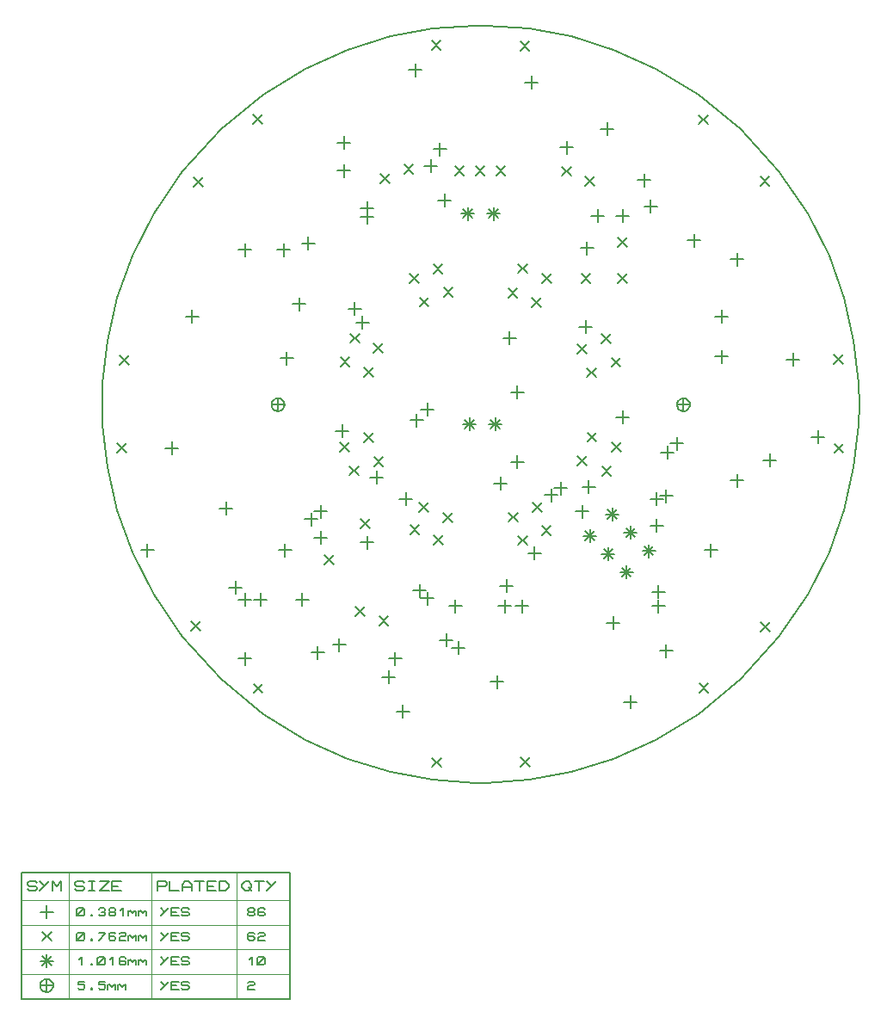
<source format=gbr>
G04 PROTEUS RS274X GERBER FILE*
%FSLAX45Y45*%
%MOMM*%
G01*
%ADD31C,0.203200*%
%ADD105C,0.127000*%
%ADD106C,0.063500*%
D31*
X+533400Y-1399540D02*
X+533400Y-1526540D01*
X+469900Y-1463040D02*
X+596900Y-1463040D01*
X+3078480Y+505460D02*
X+3078480Y+378460D01*
X+3014980Y+441960D02*
X+3141980Y+441960D01*
X-3032760Y-363220D02*
X-3032760Y-490220D01*
X-3096260Y-426720D02*
X-2969260Y-426720D01*
X+853440Y+2593340D02*
X+853440Y+2466340D01*
X+789940Y+2529840D02*
X+916940Y+2529840D01*
X+1249680Y+2776220D02*
X+1249680Y+2649220D01*
X+1186180Y+2712720D02*
X+1313180Y+2712720D01*
X+1158240Y+1922780D02*
X+1158240Y+1795780D01*
X+1094740Y+1859280D02*
X+1221740Y+1859280D01*
X+1402080Y+1922780D02*
X+1402080Y+1795780D01*
X+1338580Y+1859280D02*
X+1465580Y+1859280D01*
X+1478280Y-2862580D02*
X+1478280Y-2989580D01*
X+1414780Y-2926080D02*
X+1541780Y-2926080D01*
X+2377440Y+932180D02*
X+2377440Y+805180D01*
X+2313940Y+868680D02*
X+2440940Y+868680D01*
X-838200Y-2435860D02*
X-838200Y-2562860D01*
X-901700Y-2499360D02*
X-774700Y-2499360D01*
X-1341120Y+2639060D02*
X-1341120Y+2512060D01*
X-1404620Y+2575560D02*
X-1277620Y+2575560D01*
X-899160Y-2618740D02*
X-899160Y-2745740D01*
X-962660Y-2682240D02*
X-835660Y-2682240D01*
X+502920Y+3233420D02*
X+502920Y+3106420D01*
X+439420Y+3169920D02*
X+566420Y+3169920D01*
X+1310640Y-2085340D02*
X+1310640Y-2212340D01*
X+1247140Y-2148840D02*
X+1374140Y-2148840D01*
X+289560Y+718820D02*
X+289560Y+591820D01*
X+226060Y+655320D02*
X+353060Y+655320D01*
X+792480Y-759460D02*
X+792480Y-886460D01*
X+728980Y-822960D02*
X+855980Y-822960D01*
X-350520Y+2075180D02*
X-350520Y+1948180D01*
X-414020Y+2011680D02*
X-287020Y+2011680D01*
X-1112520Y+1998980D02*
X-1112520Y+1871980D01*
X-1176020Y+1935480D02*
X-1049020Y+1935480D01*
X+1737360Y-1125220D02*
X+1737360Y-1252220D01*
X+1673860Y-1188720D02*
X+1800860Y-1188720D01*
X+2270760Y-1369060D02*
X+2270760Y-1496060D01*
X+2207260Y-1432560D02*
X+2334260Y-1432560D01*
X-2316480Y+1587500D02*
X-2316480Y+1460500D01*
X-2379980Y+1524000D02*
X-2252980Y+1524000D01*
X-1386840Y-2298700D02*
X-1386840Y-2425700D01*
X-1450340Y-2362200D02*
X-1323340Y-2362200D01*
X-213360Y-2329180D02*
X-213360Y-2456180D01*
X-276860Y-2392680D02*
X-149860Y-2392680D01*
X-2407920Y-1734820D02*
X-2407920Y-1861820D01*
X-2471420Y-1798320D02*
X-2344420Y-1798320D01*
X-243840Y-1917700D02*
X-243840Y-2044700D01*
X-307340Y-1981200D02*
X-180340Y-1981200D01*
X+1402080Y-58420D02*
X+1402080Y-185420D01*
X+1338580Y-121920D02*
X+1465580Y-121920D01*
X-1600200Y-2374900D02*
X-1600200Y-2501900D01*
X-1663700Y-2438400D02*
X-1536700Y-2438400D01*
X-1234440Y+1008380D02*
X-1234440Y+881380D01*
X-1297940Y+944880D02*
X-1170940Y+944880D01*
X-1905000Y+520700D02*
X-1905000Y+393700D01*
X-1968500Y+457200D02*
X-1841500Y+457200D01*
X-640080Y+3355340D02*
X-640080Y+3228340D01*
X-703580Y+3291840D02*
X-576580Y+3291840D01*
X+198120Y-713740D02*
X+198120Y-840740D01*
X+134620Y-777240D02*
X+261620Y-777240D01*
X-1569720Y-1247140D02*
X-1569720Y-1374140D01*
X-1633220Y-1310640D02*
X-1506220Y-1310640D01*
X-1569720Y-988060D02*
X-1569720Y-1115060D01*
X-1633220Y-1051560D02*
X-1506220Y-1051560D01*
X+243840Y-1917700D02*
X+243840Y-2044700D01*
X+180340Y-1981200D02*
X+307340Y-1981200D01*
X+167640Y-2664460D02*
X+167640Y-2791460D01*
X+104140Y-2727960D02*
X+231140Y-2727960D01*
X-594360Y-1765300D02*
X-594360Y-1892300D01*
X-657860Y-1828800D02*
X-530860Y-1828800D01*
X+1036320Y+830580D02*
X+1036320Y+703580D01*
X+972820Y+767080D02*
X+1099820Y+767080D01*
X+2849880Y-485140D02*
X+2849880Y-612140D01*
X+2786380Y-548640D02*
X+2913380Y-548640D01*
X+259080Y-1719580D02*
X+259080Y-1846580D01*
X+195580Y-1783080D02*
X+322580Y-1783080D01*
X+1828800Y-2359660D02*
X+1828800Y-2486660D01*
X+1765300Y-2423160D02*
X+1892300Y-2423160D01*
X-335280Y-2252980D02*
X-335280Y-2379980D01*
X-398780Y-2316480D02*
X-271780Y-2316480D01*
X-1752600Y-1856740D02*
X-1752600Y-1983740D01*
X-1816100Y-1920240D02*
X-1689100Y-1920240D01*
X-1691640Y+1648460D02*
X-1691640Y+1521460D01*
X-1755140Y+1584960D02*
X-1628140Y+1584960D01*
X-1112520Y-1292860D02*
X-1112520Y-1419860D01*
X-1176020Y-1356360D02*
X-1049020Y-1356360D01*
X-518160Y-1841500D02*
X-518160Y-1968500D01*
X-581660Y-1905000D02*
X-454660Y-1905000D01*
X-2834640Y+932180D02*
X-2834640Y+805180D01*
X-2898140Y+868680D02*
X-2771140Y+868680D01*
X-487680Y+2410460D02*
X-487680Y+2283460D01*
X-551180Y+2346960D02*
X-424180Y+2346960D01*
X+411480Y-1917700D02*
X+411480Y-2044700D01*
X+347980Y-1981200D02*
X+474980Y-1981200D01*
X+1066800Y-744220D02*
X+1066800Y-871220D01*
X+1003300Y-807720D02*
X+1130300Y-807720D01*
X+365760Y+185420D02*
X+365760Y+58420D01*
X+302260Y+121920D02*
X+429260Y+121920D01*
X+3322320Y-256540D02*
X+3322320Y-383540D01*
X+3258820Y-320040D02*
X+3385820Y-320040D01*
X-762000Y-2954020D02*
X-762000Y-3081020D01*
X-825500Y-3017520D02*
X-698500Y-3017520D01*
X-2316480Y-2435860D02*
X-2316480Y-2562860D01*
X-2379980Y-2499360D02*
X-2252980Y-2499360D01*
X-3276600Y-1369060D02*
X-3276600Y-1496060D01*
X-3340100Y-1432560D02*
X-3213100Y-1432560D01*
X-2499360Y-957580D02*
X-2499360Y-1084580D01*
X-2562860Y-1021080D02*
X-2435860Y-1021080D01*
X-1783080Y+1054100D02*
X-1783080Y+927100D01*
X-1846580Y+990600D02*
X-1719580Y+990600D01*
X+701040Y-828040D02*
X+701040Y-955040D01*
X+637540Y-891540D02*
X+764540Y-891540D01*
X+365760Y-500380D02*
X+365760Y-627380D01*
X+302260Y-563880D02*
X+429260Y-563880D01*
X-1021080Y-652780D02*
X-1021080Y-779780D01*
X-1084580Y-716280D02*
X-957580Y-716280D01*
X-1356360Y-195580D02*
X-1356360Y-322580D01*
X-1419860Y-259080D02*
X-1292860Y-259080D01*
X+1005840Y-988060D02*
X+1005840Y-1115060D01*
X+942340Y-1051560D02*
X+1069340Y-1051560D01*
X+1752600Y-1917700D02*
X+1752600Y-2044700D01*
X+1689100Y-1981200D02*
X+1816100Y-1981200D01*
X+1935480Y-317500D02*
X+1935480Y-444500D01*
X+1871980Y-381000D02*
X+1998980Y-381000D01*
X+1752600Y-1780540D02*
X+1752600Y-1907540D01*
X+1689100Y-1844040D02*
X+1816100Y-1844040D01*
X-731520Y-866140D02*
X-731520Y-993140D01*
X-795020Y-929640D02*
X-668020Y-929640D01*
X-624840Y-88900D02*
X-624840Y-215900D01*
X-688340Y-152400D02*
X-561340Y-152400D01*
X+1828800Y-835660D02*
X+1828800Y-962660D01*
X+1765300Y-899160D02*
X+1892300Y-899160D01*
X+1844040Y-408940D02*
X+1844040Y-535940D01*
X+1780540Y-472440D02*
X+1907540Y-472440D01*
X+1676400Y+2014220D02*
X+1676400Y+1887220D01*
X+1612900Y+1950720D02*
X+1739900Y+1950720D01*
X-518160Y+17780D02*
X-518160Y-109220D01*
X-581660Y-45720D02*
X-454660Y-45720D01*
X-2316480Y-1856740D02*
X-2316480Y-1983740D01*
X-2379980Y-1920240D02*
X-2252980Y-1920240D01*
X-2164080Y-1856740D02*
X-2164080Y-1983740D01*
X-2227580Y-1920240D02*
X-2100580Y-1920240D01*
X+1615440Y+2273300D02*
X+1615440Y+2146300D01*
X+1551940Y+2209800D02*
X+1678940Y+2209800D01*
X+2529840Y-683260D02*
X+2529840Y-810260D01*
X+2466340Y-746760D02*
X+2593340Y-746760D01*
X-1920240Y-1369060D02*
X-1920240Y-1496060D01*
X-1983740Y-1432560D02*
X-1856740Y-1432560D01*
X+2377440Y+535940D02*
X+2377440Y+408940D01*
X+2313940Y+472440D02*
X+2440940Y+472440D01*
X+2103120Y+1678940D02*
X+2103120Y+1551940D01*
X+2039620Y+1615440D02*
X+2166620Y+1615440D01*
X-1341120Y+2364740D02*
X-1341120Y+2237740D01*
X-1404620Y+2301240D02*
X-1277620Y+2301240D01*
X-396240Y+2578100D02*
X-396240Y+2451100D01*
X-459740Y+2514600D02*
X-332740Y+2514600D01*
X-1935480Y+1587500D02*
X-1935480Y+1460500D01*
X-1998980Y+1524000D02*
X-1871980Y+1524000D01*
X-1661160Y-1064260D02*
X-1661160Y-1191260D01*
X-1724660Y-1127760D02*
X-1597660Y-1127760D01*
X-1158240Y+871220D02*
X-1158240Y+744220D01*
X-1221740Y+807720D02*
X-1094740Y+807720D01*
X-1112520Y+1907540D02*
X-1112520Y+1780540D01*
X-1176020Y+1844040D02*
X-1049020Y+1844040D01*
X+1737360Y-866140D02*
X+1737360Y-993140D01*
X+1673860Y-929640D02*
X+1800860Y-929640D01*
X+1051560Y+1602740D02*
X+1051560Y+1475740D01*
X+988060Y+1539240D02*
X+1115060Y+1539240D01*
X+2530000Y+1493500D02*
X+2530000Y+1366500D01*
X+2466500Y+1430000D02*
X+2593500Y+1430000D01*
X-1374901Y+464901D02*
X-1285099Y+375099D01*
X-1374901Y+375099D02*
X-1285099Y+464901D01*
X-1277699Y+699566D02*
X-1187897Y+609764D01*
X-1277699Y+609764D02*
X-1187897Y+699566D01*
X-1144901Y+364901D02*
X-1055099Y+275099D01*
X-1144901Y+275099D02*
X-1055099Y+364901D01*
X-1047699Y+599566D02*
X-957897Y+509764D01*
X-1047699Y+509764D02*
X-957897Y+599566D01*
X-694901Y+1284901D02*
X-605099Y+1195099D01*
X-694901Y+1195099D02*
X-605099Y+1284901D01*
X-460236Y+1382103D02*
X-370434Y+1292301D01*
X-460236Y+1292301D02*
X-370434Y+1382103D01*
X-594901Y+1054901D02*
X-505099Y+965099D01*
X-594901Y+965099D02*
X-505099Y+1054901D01*
X-360236Y+1152103D02*
X-270434Y+1062301D01*
X-360236Y+1062301D02*
X-270434Y+1152103D01*
X+375099Y+1384901D02*
X+464901Y+1295099D01*
X+375099Y+1295099D02*
X+464901Y+1384901D01*
X+609764Y+1287699D02*
X+699566Y+1197897D01*
X+609764Y+1197897D02*
X+699566Y+1287699D01*
X+275099Y+1144901D02*
X+364901Y+1055099D01*
X+275099Y+1055099D02*
X+364901Y+1144901D01*
X+509764Y+1047699D02*
X+599566Y+957897D01*
X+509764Y+957897D02*
X+599566Y+1047699D01*
X+1195099Y+694901D02*
X+1284901Y+605099D01*
X+1195099Y+605099D02*
X+1284901Y+694901D01*
X+1292301Y+460236D02*
X+1382103Y+370434D01*
X+1292301Y+370434D02*
X+1382103Y+460236D01*
X+955099Y+594901D02*
X+1044901Y+505099D01*
X+955099Y+505099D02*
X+1044901Y+594901D01*
X+1052301Y+360236D02*
X+1142103Y+270434D01*
X+1052301Y+270434D02*
X+1142103Y+360236D01*
X+1295099Y-375099D02*
X+1384901Y-464901D01*
X+1295099Y-464901D02*
X+1384901Y-375099D01*
X+1197897Y-609764D02*
X+1287699Y-699566D01*
X+1197897Y-699566D02*
X+1287699Y-609764D01*
X+1055099Y-275099D02*
X+1144901Y-364901D01*
X+1055099Y-364901D02*
X+1144901Y-275099D01*
X+957897Y-509764D02*
X+1047699Y-599566D01*
X+957897Y-599566D02*
X+1047699Y-509764D01*
X+605099Y-1195099D02*
X+694901Y-1284901D01*
X+605099Y-1284901D02*
X+694901Y-1195099D01*
X+370434Y-1292301D02*
X+460236Y-1382103D01*
X+370434Y-1382103D02*
X+460236Y-1292301D01*
X+515099Y-965099D02*
X+604901Y-1054901D01*
X+515099Y-1054901D02*
X+604901Y-965099D01*
X+280434Y-1062301D02*
X+370236Y-1152103D01*
X+280434Y-1152103D02*
X+370236Y-1062301D01*
X-454901Y-1285099D02*
X-365099Y-1374901D01*
X-454901Y-1374901D02*
X-365099Y-1285099D01*
X-689566Y-1187897D02*
X-599764Y-1277699D01*
X-689566Y-1277699D02*
X-599764Y-1187897D01*
X-364901Y-1065099D02*
X-275099Y-1154901D01*
X-364901Y-1154901D02*
X-275099Y-1065099D01*
X-599566Y-967897D02*
X-509764Y-1057699D01*
X-599566Y-1057699D02*
X-509764Y-967897D01*
X-1284901Y-605099D02*
X-1195099Y-694901D01*
X-1284901Y-694901D02*
X-1195099Y-605099D01*
X-1382103Y-370434D02*
X-1292301Y-460236D01*
X-1382103Y-460236D02*
X-1292301Y-370434D01*
X-1044901Y-515099D02*
X-955099Y-604901D01*
X-1044901Y-604901D02*
X-955099Y-515099D01*
X-1142103Y-280434D02*
X-1052301Y-370236D01*
X-1142103Y-370236D02*
X-1052301Y-280434D01*
X+158299Y+2344901D02*
X+248101Y+2255099D01*
X+158299Y+2255099D02*
X+248101Y+2344901D01*
X-44901Y+2344901D02*
X+44901Y+2255099D01*
X-44901Y+2255099D02*
X+44901Y+2344901D01*
X-248101Y+2344901D02*
X-158299Y+2255099D01*
X-248101Y+2255099D02*
X-158299Y+2344901D01*
X-3546136Y+480765D02*
X-3456334Y+390963D01*
X-3546136Y+390963D02*
X-3456334Y+480765D01*
X-2819038Y+2236136D02*
X-2729236Y+2146334D01*
X-2819038Y+2146334D02*
X-2729236Y+2236136D01*
X-2234901Y+2854902D02*
X-2145099Y+2765100D01*
X-2234901Y+2765100D02*
X-2145099Y+2854902D01*
X-479529Y+3582000D02*
X-389727Y+3492198D01*
X-479529Y+3492198D02*
X-389727Y+3582000D01*
X+395099Y+3574901D02*
X+484901Y+3485099D01*
X+395099Y+3485099D02*
X+484901Y+3574901D01*
X+2150470Y+2847803D02*
X+2240272Y+2758001D01*
X+2150470Y+2758001D02*
X+2240272Y+2847803D01*
X+2755100Y+2244901D02*
X+2844902Y+2155099D01*
X+2755100Y+2155099D02*
X+2844902Y+2244901D01*
X+3482198Y+489529D02*
X+3572000Y+399727D01*
X+3482198Y+399727D02*
X+3572000Y+489529D01*
X+3485098Y-385100D02*
X+3574900Y-474902D01*
X+3485098Y-474902D02*
X+3574900Y-385100D01*
X+2758000Y-2140471D02*
X+2847802Y-2230273D01*
X+2758000Y-2230273D02*
X+2847802Y-2140471D01*
X+2155099Y-2745099D02*
X+2244901Y-2834901D01*
X+2155099Y-2834901D02*
X+2244901Y-2745099D01*
X+399727Y-3472197D02*
X+489529Y-3561999D01*
X+399727Y-3561999D02*
X+489529Y-3472197D01*
X-474901Y-3475099D02*
X-385099Y-3564901D01*
X-474901Y-3564901D02*
X-385099Y-3475099D01*
X-2230272Y-2748001D02*
X-2140470Y-2837803D01*
X-2230272Y-2837803D02*
X-2140470Y-2748001D01*
X-2844902Y-2135099D02*
X-2755100Y-2224901D01*
X-2844902Y-2224901D02*
X-2755100Y-2135099D01*
X-3572000Y-379727D02*
X-3482198Y-469529D01*
X-3572000Y-469529D02*
X-3482198Y-379727D01*
X-124000Y+1943500D02*
X-124000Y+1816500D01*
X-187500Y+1880000D02*
X-60500Y+1880000D01*
X-168901Y+1924901D02*
X-79099Y+1835099D01*
X-168901Y+1835099D02*
X-79099Y+1924901D01*
X+130000Y+1943500D02*
X+130000Y+1816500D01*
X+66500Y+1880000D02*
X+193500Y+1880000D01*
X+85099Y+1924901D02*
X+174901Y+1835099D01*
X+85099Y+1835099D02*
X+174901Y+1924901D01*
X+1300000Y-1016500D02*
X+1300000Y-1143500D01*
X+1236500Y-1080000D02*
X+1363500Y-1080000D01*
X+1255099Y-1035099D02*
X+1344901Y-1124901D01*
X+1255099Y-1124901D02*
X+1344901Y-1035099D01*
X+1479605Y-1196105D02*
X+1479605Y-1323105D01*
X+1416105Y-1259605D02*
X+1543105Y-1259605D01*
X+1434704Y-1214704D02*
X+1524506Y-1304506D01*
X+1434704Y-1304506D02*
X+1524506Y-1214704D01*
X+1659210Y-1375710D02*
X+1659210Y-1502710D01*
X+1595710Y-1439210D02*
X+1722710Y-1439210D01*
X+1614309Y-1394309D02*
X+1704111Y-1484111D01*
X+1614309Y-1484111D02*
X+1704111Y-1394309D01*
X-1229567Y-1987897D02*
X-1139765Y-2077699D01*
X-1229567Y-2077699D02*
X-1139765Y-1987897D01*
X-994901Y-2085099D02*
X-905099Y-2174901D01*
X-994901Y-2174901D02*
X-905099Y-2085099D01*
X+995889Y+1284901D02*
X+1085691Y+1195099D01*
X+995889Y+1195099D02*
X+1085691Y+1284901D01*
X+1355099Y+1644111D02*
X+1444901Y+1554309D01*
X+1355099Y+1554309D02*
X+1444901Y+1644111D01*
X+1355099Y+1284901D02*
X+1444901Y+1195099D01*
X+1355099Y+1195099D02*
X+1444901Y+1284901D01*
X-1174901Y-1125099D02*
X-1085099Y-1214901D01*
X-1174901Y-1214901D02*
X-1085099Y-1125099D01*
X-1534111Y-1484309D02*
X-1444309Y-1574111D01*
X-1534111Y-1574111D02*
X-1444309Y-1484309D01*
X+1080000Y-1226500D02*
X+1080000Y-1353500D01*
X+1016500Y-1290000D02*
X+1143500Y-1290000D01*
X+1035099Y-1245099D02*
X+1124901Y-1334901D01*
X+1035099Y-1334901D02*
X+1124901Y-1245099D01*
X+1259605Y-1406105D02*
X+1259605Y-1533105D01*
X+1196105Y-1469605D02*
X+1323105Y-1469605D01*
X+1214704Y-1424704D02*
X+1304506Y-1514506D01*
X+1214704Y-1514506D02*
X+1304506Y-1424704D01*
X+1439210Y-1585710D02*
X+1439210Y-1712710D01*
X+1375710Y-1649210D02*
X+1502710Y-1649210D01*
X+1394309Y-1604309D02*
X+1484111Y-1694111D01*
X+1394309Y-1694111D02*
X+1484111Y-1604309D01*
X-104700Y-129600D02*
X-104700Y-256600D01*
X-168200Y-193100D02*
X-41200Y-193100D01*
X-149601Y-148199D02*
X-59799Y-238001D01*
X-149601Y-238001D02*
X-59799Y-148199D01*
X+149300Y-129600D02*
X+149300Y-256600D01*
X+85800Y-193100D02*
X+212800Y-193100D01*
X+104399Y-148199D02*
X+194201Y-238001D01*
X+104399Y-238001D02*
X+194201Y-148199D01*
X+804129Y+2340571D02*
X+893931Y+2250769D01*
X+804129Y+2250769D02*
X+893931Y+2340571D01*
X+1035099Y+2244901D02*
X+1124901Y+2155099D01*
X+1035099Y+2155099D02*
X+1124901Y+2244901D01*
X-749416Y+2362736D02*
X-659614Y+2272934D01*
X-749416Y+2272934D02*
X-659614Y+2362736D01*
X-980386Y+2267066D02*
X-890584Y+2177264D01*
X-980386Y+2177264D02*
X-890584Y+2267066D01*
X-1926500Y+0D02*
X-1926717Y+5247D01*
X-1928482Y+15742D01*
X-1932174Y+26237D01*
X-1938202Y+36732D01*
X-1947424Y+47112D01*
X-1957919Y+54800D01*
X-1968414Y+59718D01*
X-1978909Y+62524D01*
X-1989404Y+63497D01*
X-1990000Y+63500D01*
X-2053500Y+0D02*
X-2053283Y+5247D01*
X-2051518Y+15742D01*
X-2047826Y+26237D01*
X-2041798Y+36732D01*
X-2032576Y+47112D01*
X-2022081Y+54800D01*
X-2011586Y+59718D01*
X-2001091Y+62524D01*
X-1990596Y+63497D01*
X-1990000Y+63500D01*
X-2053500Y+0D02*
X-2053283Y-5247D01*
X-2051518Y-15742D01*
X-2047826Y-26237D01*
X-2041798Y-36732D01*
X-2032576Y-47112D01*
X-2022081Y-54800D01*
X-2011586Y-59718D01*
X-2001091Y-62524D01*
X-1990596Y-63497D01*
X-1990000Y-63500D01*
X-1926500Y+0D02*
X-1926717Y-5247D01*
X-1928482Y-15742D01*
X-1932174Y-26237D01*
X-1938202Y-36732D01*
X-1947424Y-47112D01*
X-1957919Y-54800D01*
X-1968414Y-59718D01*
X-1978909Y-62524D01*
X-1989404Y-63497D01*
X-1990000Y-63500D01*
X-1990000Y+63500D02*
X-1990000Y-63500D01*
X-2053500Y+0D02*
X-1926500Y+0D01*
X+2063500Y+0D02*
X+2063283Y+5247D01*
X+2061518Y+15742D01*
X+2057826Y+26237D01*
X+2051798Y+36732D01*
X+2042576Y+47112D01*
X+2032081Y+54800D01*
X+2021586Y+59718D01*
X+2011091Y+62524D01*
X+2000596Y+63497D01*
X+2000000Y+63500D01*
X+1936500Y+0D02*
X+1936717Y+5247D01*
X+1938482Y+15742D01*
X+1942174Y+26237D01*
X+1948202Y+36732D01*
X+1957424Y+47112D01*
X+1967919Y+54800D01*
X+1978414Y+59718D01*
X+1988909Y+62524D01*
X+1999404Y+63497D01*
X+2000000Y+63500D01*
X+1936500Y+0D02*
X+1936717Y-5247D01*
X+1938482Y-15742D01*
X+1942174Y-26237D01*
X+1948202Y-36732D01*
X+1957424Y-47112D01*
X+1967919Y-54800D01*
X+1978414Y-59718D01*
X+1988909Y-62524D01*
X+1999404Y-63497D01*
X+2000000Y-63500D01*
X+2063500Y+0D02*
X+2063283Y-5247D01*
X+2061518Y-15742D01*
X+2057826Y-26237D01*
X+2051798Y-36732D01*
X+2042576Y-47112D01*
X+2032081Y-54800D01*
X+2021586Y-59718D01*
X+2011091Y-62524D01*
X+2000596Y-63497D01*
X+2000000Y-63500D01*
X+2000000Y+63500D02*
X+2000000Y-63500D01*
X+1936500Y+0D02*
X+2063500Y+0D01*
X+3730000Y+5000D02*
X+3724161Y+213494D01*
X+3677111Y+630483D01*
X+3581154Y+1047472D01*
X+3432185Y+1464461D01*
X+3222850Y+1881450D01*
X+2940262Y+2298439D01*
X+2562518Y+2713270D01*
X+2145529Y+3053567D01*
X+1728540Y+3307277D01*
X+1311551Y+3493345D01*
X+894562Y+3622223D01*
X+477573Y+3699902D01*
X+60584Y+3729585D01*
X+5000Y+3730000D01*
X-3720000Y+5000D02*
X-3714161Y+213494D01*
X-3667111Y+630483D01*
X-3571154Y+1047472D01*
X-3422185Y+1464461D01*
X-3212850Y+1881450D01*
X-2930262Y+2298439D01*
X-2552518Y+2713270D01*
X-2135529Y+3053567D01*
X-1718540Y+3307277D01*
X-1301551Y+3493345D01*
X-884562Y+3622223D01*
X-467573Y+3699902D01*
X-50584Y+3729585D01*
X+5000Y+3730000D01*
X-3720000Y+5000D02*
X-3714161Y-203494D01*
X-3667111Y-620483D01*
X-3571154Y-1037472D01*
X-3422185Y-1454461D01*
X-3212850Y-1871450D01*
X-2930262Y-2288439D01*
X-2552518Y-2703270D01*
X-2135529Y-3043567D01*
X-1718540Y-3297277D01*
X-1301551Y-3483345D01*
X-884562Y-3612223D01*
X-467573Y-3689902D01*
X-50584Y-3719585D01*
X+5000Y-3720000D01*
X+3730000Y+5000D02*
X+3724161Y-203494D01*
X+3677111Y-620483D01*
X+3581154Y-1037472D01*
X+3432185Y-1454461D01*
X+3222850Y-1871450D01*
X+2940262Y-2288439D01*
X+2562518Y-2703270D01*
X+2145529Y-3043567D01*
X+1728540Y-3297277D01*
X+1311551Y-3483345D01*
X+894562Y-3612223D01*
X+477573Y-3689902D01*
X+60584Y-3719585D01*
X+5000Y-3720000D01*
D105*
X-4512800Y-5848200D02*
X-1868660Y-5848200D01*
X-1868660Y-4603600D01*
X-4512800Y-4603600D01*
X-4512800Y-5848200D01*
D106*
X-4045438Y-4603600D02*
X-4045438Y-5848200D01*
X-3232638Y-4603600D02*
X-3232638Y-5848200D01*
X-2399518Y-4603600D02*
X-2399518Y-5848200D01*
X-4512800Y-4876650D02*
X-1868660Y-4876650D01*
X-4512800Y-5117950D02*
X-1868660Y-5117950D01*
X-4512800Y-5359250D02*
X-1868660Y-5359250D01*
X-4512800Y-5600550D02*
X-1868660Y-5600550D01*
D105*
X-4455650Y-4767430D02*
X-4440410Y-4782670D01*
X-4379450Y-4782670D01*
X-4364210Y-4767430D01*
X-4364210Y-4752190D01*
X-4379450Y-4736950D01*
X-4440410Y-4736950D01*
X-4455650Y-4721710D01*
X-4455650Y-4706470D01*
X-4440410Y-4691230D01*
X-4379450Y-4691230D01*
X-4364210Y-4706470D01*
X-4242290Y-4691230D02*
X-4333730Y-4782670D01*
X-4333730Y-4691230D02*
X-4288010Y-4736950D01*
X-4211810Y-4782670D02*
X-4211810Y-4691230D01*
X-4166090Y-4736950D01*
X-4120370Y-4691230D01*
X-4120370Y-4782670D01*
X-3988290Y-4767430D02*
X-3973050Y-4782670D01*
X-3912090Y-4782670D01*
X-3896850Y-4767430D01*
X-3896850Y-4752190D01*
X-3912090Y-4736950D01*
X-3973050Y-4736950D01*
X-3988290Y-4721710D01*
X-3988290Y-4706470D01*
X-3973050Y-4691230D01*
X-3912090Y-4691230D01*
X-3896850Y-4706470D01*
X-3851130Y-4691230D02*
X-3790170Y-4691230D01*
X-3820650Y-4691230D02*
X-3820650Y-4782670D01*
X-3851130Y-4782670D02*
X-3790170Y-4782670D01*
X-3744450Y-4691230D02*
X-3653010Y-4691230D01*
X-3744450Y-4782670D01*
X-3653010Y-4782670D01*
X-3531090Y-4782670D02*
X-3622530Y-4782670D01*
X-3622530Y-4691230D01*
X-3531090Y-4691230D01*
X-3622530Y-4736950D02*
X-3561570Y-4736950D01*
X-3175490Y-4782670D02*
X-3175490Y-4691230D01*
X-3099290Y-4691230D01*
X-3084050Y-4706470D01*
X-3084050Y-4721710D01*
X-3099290Y-4736950D01*
X-3175490Y-4736950D01*
X-3053570Y-4691230D02*
X-3053570Y-4782670D01*
X-2962130Y-4782670D01*
X-2931650Y-4782670D02*
X-2931650Y-4721710D01*
X-2901170Y-4691230D01*
X-2870690Y-4691230D01*
X-2840210Y-4721710D01*
X-2840210Y-4782670D01*
X-2931650Y-4752190D02*
X-2840210Y-4752190D01*
X-2809730Y-4691230D02*
X-2718290Y-4691230D01*
X-2764010Y-4691230D02*
X-2764010Y-4782670D01*
X-2596370Y-4782670D02*
X-2687810Y-4782670D01*
X-2687810Y-4691230D01*
X-2596370Y-4691230D01*
X-2687810Y-4736950D02*
X-2626850Y-4736950D01*
X-2565890Y-4782670D02*
X-2565890Y-4691230D01*
X-2504930Y-4691230D01*
X-2474450Y-4721710D01*
X-2474450Y-4752190D01*
X-2504930Y-4782670D01*
X-2565890Y-4782670D01*
X-2342370Y-4721710D02*
X-2311890Y-4691230D01*
X-2281410Y-4691230D01*
X-2250930Y-4721710D01*
X-2250930Y-4752190D01*
X-2281410Y-4782670D01*
X-2311890Y-4782670D01*
X-2342370Y-4752190D01*
X-2342370Y-4721710D01*
X-2281410Y-4752190D02*
X-2250930Y-4782670D01*
X-2220450Y-4691230D02*
X-2129010Y-4691230D01*
X-2174730Y-4691230D02*
X-2174730Y-4782670D01*
X-2007090Y-4691230D02*
X-2098530Y-4782670D01*
X-2098530Y-4691230D02*
X-2052810Y-4736950D01*
D31*
X-4266420Y-4927450D02*
X-4266420Y-5054450D01*
X-4329920Y-4990950D02*
X-4202920Y-4990950D01*
D105*
X-3969240Y-5016350D02*
X-3969240Y-4965550D01*
X-3956540Y-4952850D01*
X-3905740Y-4952850D01*
X-3893040Y-4965550D01*
X-3893040Y-5016350D01*
X-3905740Y-5029050D01*
X-3956540Y-5029050D01*
X-3969240Y-5016350D01*
X-3969240Y-5029050D02*
X-3893040Y-4952850D01*
X-3829540Y-5016350D02*
X-3816840Y-5016350D01*
X-3816840Y-5029050D01*
X-3829540Y-5029050D01*
X-3829540Y-5016350D01*
X-3753340Y-4965550D02*
X-3740640Y-4952850D01*
X-3702540Y-4952850D01*
X-3689840Y-4965550D01*
X-3689840Y-4978250D01*
X-3702540Y-4990950D01*
X-3689840Y-5003650D01*
X-3689840Y-5016350D01*
X-3702540Y-5029050D01*
X-3740640Y-5029050D01*
X-3753340Y-5016350D01*
X-3727940Y-4990950D02*
X-3702540Y-4990950D01*
X-3639040Y-4990950D02*
X-3651740Y-4978250D01*
X-3651740Y-4965550D01*
X-3639040Y-4952850D01*
X-3600940Y-4952850D01*
X-3588240Y-4965550D01*
X-3588240Y-4978250D01*
X-3600940Y-4990950D01*
X-3639040Y-4990950D01*
X-3651740Y-5003650D01*
X-3651740Y-5016350D01*
X-3639040Y-5029050D01*
X-3600940Y-5029050D01*
X-3588240Y-5016350D01*
X-3588240Y-5003650D01*
X-3600940Y-4990950D01*
X-3537440Y-4978250D02*
X-3512040Y-4952850D01*
X-3512040Y-5029050D01*
X-3461240Y-5029050D02*
X-3461240Y-4978250D01*
X-3461240Y-4990950D02*
X-3448540Y-4978250D01*
X-3423140Y-5003650D01*
X-3397740Y-4978250D01*
X-3385040Y-4990950D01*
X-3385040Y-5029050D01*
X-3359640Y-5029050D02*
X-3359640Y-4978250D01*
X-3359640Y-4990950D02*
X-3346940Y-4978250D01*
X-3321540Y-5003650D01*
X-3296140Y-4978250D01*
X-3283440Y-4990950D01*
X-3283440Y-5029050D01*
X-3067540Y-4952850D02*
X-3143740Y-5029050D01*
X-3143740Y-4952850D02*
X-3105640Y-4990950D01*
X-2965940Y-5029050D02*
X-3042140Y-5029050D01*
X-3042140Y-4952850D01*
X-2965940Y-4952850D01*
X-3042140Y-4990950D02*
X-2991340Y-4990950D01*
X-2940540Y-5016350D02*
X-2927840Y-5029050D01*
X-2877040Y-5029050D01*
X-2864340Y-5016350D01*
X-2864340Y-5003650D01*
X-2877040Y-4990950D01*
X-2927840Y-4990950D01*
X-2940540Y-4978250D01*
X-2940540Y-4965550D01*
X-2927840Y-4952850D01*
X-2877040Y-4952850D01*
X-2864340Y-4965550D01*
X-2272520Y-4990950D02*
X-2285220Y-4978250D01*
X-2285220Y-4965550D01*
X-2272520Y-4952850D01*
X-2234420Y-4952850D01*
X-2221720Y-4965550D01*
X-2221720Y-4978250D01*
X-2234420Y-4990950D01*
X-2272520Y-4990950D01*
X-2285220Y-5003650D01*
X-2285220Y-5016350D01*
X-2272520Y-5029050D01*
X-2234420Y-5029050D01*
X-2221720Y-5016350D01*
X-2221720Y-5003650D01*
X-2234420Y-4990950D01*
X-2120120Y-4965550D02*
X-2132820Y-4952850D01*
X-2170920Y-4952850D01*
X-2183620Y-4965550D01*
X-2183620Y-5016350D01*
X-2170920Y-5029050D01*
X-2132820Y-5029050D01*
X-2120120Y-5016350D01*
X-2120120Y-5003650D01*
X-2132820Y-4990950D01*
X-2183620Y-4990950D01*
D31*
X-4311321Y-5187349D02*
X-4221519Y-5277151D01*
X-4311321Y-5277151D02*
X-4221519Y-5187349D01*
D105*
X-3969240Y-5257650D02*
X-3969240Y-5206850D01*
X-3956540Y-5194150D01*
X-3905740Y-5194150D01*
X-3893040Y-5206850D01*
X-3893040Y-5257650D01*
X-3905740Y-5270350D01*
X-3956540Y-5270350D01*
X-3969240Y-5257650D01*
X-3969240Y-5270350D02*
X-3893040Y-5194150D01*
X-3829540Y-5257650D02*
X-3816840Y-5257650D01*
X-3816840Y-5270350D01*
X-3829540Y-5270350D01*
X-3829540Y-5257650D01*
X-3753340Y-5194150D02*
X-3689840Y-5194150D01*
X-3689840Y-5206850D01*
X-3753340Y-5270350D01*
X-3588240Y-5206850D02*
X-3600940Y-5194150D01*
X-3639040Y-5194150D01*
X-3651740Y-5206850D01*
X-3651740Y-5257650D01*
X-3639040Y-5270350D01*
X-3600940Y-5270350D01*
X-3588240Y-5257650D01*
X-3588240Y-5244950D01*
X-3600940Y-5232250D01*
X-3651740Y-5232250D01*
X-3550140Y-5206850D02*
X-3537440Y-5194150D01*
X-3499340Y-5194150D01*
X-3486640Y-5206850D01*
X-3486640Y-5219550D01*
X-3499340Y-5232250D01*
X-3537440Y-5232250D01*
X-3550140Y-5244950D01*
X-3550140Y-5270350D01*
X-3486640Y-5270350D01*
X-3461240Y-5270350D02*
X-3461240Y-5219550D01*
X-3461240Y-5232250D02*
X-3448540Y-5219550D01*
X-3423140Y-5244950D01*
X-3397740Y-5219550D01*
X-3385040Y-5232250D01*
X-3385040Y-5270350D01*
X-3359640Y-5270350D02*
X-3359640Y-5219550D01*
X-3359640Y-5232250D02*
X-3346940Y-5219550D01*
X-3321540Y-5244950D01*
X-3296140Y-5219550D01*
X-3283440Y-5232250D01*
X-3283440Y-5270350D01*
X-3067540Y-5194150D02*
X-3143740Y-5270350D01*
X-3143740Y-5194150D02*
X-3105640Y-5232250D01*
X-2965940Y-5270350D02*
X-3042140Y-5270350D01*
X-3042140Y-5194150D01*
X-2965940Y-5194150D01*
X-3042140Y-5232250D02*
X-2991340Y-5232250D01*
X-2940540Y-5257650D02*
X-2927840Y-5270350D01*
X-2877040Y-5270350D01*
X-2864340Y-5257650D01*
X-2864340Y-5244950D01*
X-2877040Y-5232250D01*
X-2927840Y-5232250D01*
X-2940540Y-5219550D01*
X-2940540Y-5206850D01*
X-2927840Y-5194150D01*
X-2877040Y-5194150D01*
X-2864340Y-5206850D01*
X-2221720Y-5206850D02*
X-2234420Y-5194150D01*
X-2272520Y-5194150D01*
X-2285220Y-5206850D01*
X-2285220Y-5257650D01*
X-2272520Y-5270350D01*
X-2234420Y-5270350D01*
X-2221720Y-5257650D01*
X-2221720Y-5244950D01*
X-2234420Y-5232250D01*
X-2285220Y-5232250D01*
X-2183620Y-5206850D02*
X-2170920Y-5194150D01*
X-2132820Y-5194150D01*
X-2120120Y-5206850D01*
X-2120120Y-5219550D01*
X-2132820Y-5232250D01*
X-2170920Y-5232250D01*
X-2183620Y-5244950D01*
X-2183620Y-5270350D01*
X-2120120Y-5270350D01*
D31*
X-4266420Y-5410050D02*
X-4266420Y-5537050D01*
X-4329920Y-5473550D02*
X-4202920Y-5473550D01*
X-4311321Y-5428649D02*
X-4221519Y-5518451D01*
X-4311321Y-5518451D02*
X-4221519Y-5428649D01*
D105*
X-3943840Y-5460850D02*
X-3918440Y-5435450D01*
X-3918440Y-5511650D01*
X-3829540Y-5498950D02*
X-3816840Y-5498950D01*
X-3816840Y-5511650D01*
X-3829540Y-5511650D01*
X-3829540Y-5498950D01*
X-3766040Y-5498950D02*
X-3766040Y-5448150D01*
X-3753340Y-5435450D01*
X-3702540Y-5435450D01*
X-3689840Y-5448150D01*
X-3689840Y-5498950D01*
X-3702540Y-5511650D01*
X-3753340Y-5511650D01*
X-3766040Y-5498950D01*
X-3766040Y-5511650D02*
X-3689840Y-5435450D01*
X-3639040Y-5460850D02*
X-3613640Y-5435450D01*
X-3613640Y-5511650D01*
X-3486640Y-5448150D02*
X-3499340Y-5435450D01*
X-3537440Y-5435450D01*
X-3550140Y-5448150D01*
X-3550140Y-5498950D01*
X-3537440Y-5511650D01*
X-3499340Y-5511650D01*
X-3486640Y-5498950D01*
X-3486640Y-5486250D01*
X-3499340Y-5473550D01*
X-3550140Y-5473550D01*
X-3461240Y-5511650D02*
X-3461240Y-5460850D01*
X-3461240Y-5473550D02*
X-3448540Y-5460850D01*
X-3423140Y-5486250D01*
X-3397740Y-5460850D01*
X-3385040Y-5473550D01*
X-3385040Y-5511650D01*
X-3359640Y-5511650D02*
X-3359640Y-5460850D01*
X-3359640Y-5473550D02*
X-3346940Y-5460850D01*
X-3321540Y-5486250D01*
X-3296140Y-5460850D01*
X-3283440Y-5473550D01*
X-3283440Y-5511650D01*
X-3067540Y-5435450D02*
X-3143740Y-5511650D01*
X-3143740Y-5435450D02*
X-3105640Y-5473550D01*
X-2965940Y-5511650D02*
X-3042140Y-5511650D01*
X-3042140Y-5435450D01*
X-2965940Y-5435450D01*
X-3042140Y-5473550D02*
X-2991340Y-5473550D01*
X-2940540Y-5498950D02*
X-2927840Y-5511650D01*
X-2877040Y-5511650D01*
X-2864340Y-5498950D01*
X-2864340Y-5486250D01*
X-2877040Y-5473550D01*
X-2927840Y-5473550D01*
X-2940540Y-5460850D01*
X-2940540Y-5448150D01*
X-2927840Y-5435450D01*
X-2877040Y-5435450D01*
X-2864340Y-5448150D01*
X-2272520Y-5460850D02*
X-2247120Y-5435450D01*
X-2247120Y-5511650D01*
X-2196320Y-5498950D02*
X-2196320Y-5448150D01*
X-2183620Y-5435450D01*
X-2132820Y-5435450D01*
X-2120120Y-5448150D01*
X-2120120Y-5498950D01*
X-2132820Y-5511650D01*
X-2183620Y-5511650D01*
X-2196320Y-5498950D01*
X-2196320Y-5511650D02*
X-2120120Y-5435450D01*
D31*
X-4202920Y-5714850D02*
X-4203137Y-5709603D01*
X-4204902Y-5699108D01*
X-4208594Y-5688613D01*
X-4214622Y-5678118D01*
X-4223844Y-5667738D01*
X-4234339Y-5660050D01*
X-4244834Y-5655132D01*
X-4255329Y-5652326D01*
X-4265824Y-5651353D01*
X-4266420Y-5651350D01*
X-4329920Y-5714850D02*
X-4329703Y-5709603D01*
X-4327938Y-5699108D01*
X-4324246Y-5688613D01*
X-4318218Y-5678118D01*
X-4308996Y-5667738D01*
X-4298501Y-5660050D01*
X-4288006Y-5655132D01*
X-4277511Y-5652326D01*
X-4267016Y-5651353D01*
X-4266420Y-5651350D01*
X-4329920Y-5714850D02*
X-4329703Y-5720097D01*
X-4327938Y-5730592D01*
X-4324246Y-5741087D01*
X-4318218Y-5751582D01*
X-4308996Y-5761962D01*
X-4298501Y-5769650D01*
X-4288006Y-5774568D01*
X-4277511Y-5777374D01*
X-4267016Y-5778347D01*
X-4266420Y-5778350D01*
X-4202920Y-5714850D02*
X-4203137Y-5720097D01*
X-4204902Y-5730592D01*
X-4208594Y-5741087D01*
X-4214622Y-5751582D01*
X-4223844Y-5761962D01*
X-4234339Y-5769650D01*
X-4244834Y-5774568D01*
X-4255329Y-5777374D01*
X-4265824Y-5778347D01*
X-4266420Y-5778350D01*
X-4266420Y-5651350D02*
X-4266420Y-5778350D01*
X-4329920Y-5714850D02*
X-4202920Y-5714850D01*
D105*
X-3893040Y-5676750D02*
X-3956540Y-5676750D01*
X-3956540Y-5702150D01*
X-3905740Y-5702150D01*
X-3893040Y-5714850D01*
X-3893040Y-5740250D01*
X-3905740Y-5752950D01*
X-3943840Y-5752950D01*
X-3956540Y-5740250D01*
X-3829540Y-5740250D02*
X-3816840Y-5740250D01*
X-3816840Y-5752950D01*
X-3829540Y-5752950D01*
X-3829540Y-5740250D01*
X-3689840Y-5676750D02*
X-3753340Y-5676750D01*
X-3753340Y-5702150D01*
X-3702540Y-5702150D01*
X-3689840Y-5714850D01*
X-3689840Y-5740250D01*
X-3702540Y-5752950D01*
X-3740640Y-5752950D01*
X-3753340Y-5740250D01*
X-3664440Y-5752950D02*
X-3664440Y-5702150D01*
X-3664440Y-5714850D02*
X-3651740Y-5702150D01*
X-3626340Y-5727550D01*
X-3600940Y-5702150D01*
X-3588240Y-5714850D01*
X-3588240Y-5752950D01*
X-3562840Y-5752950D02*
X-3562840Y-5702150D01*
X-3562840Y-5714850D02*
X-3550140Y-5702150D01*
X-3524740Y-5727550D01*
X-3499340Y-5702150D01*
X-3486640Y-5714850D01*
X-3486640Y-5752950D01*
X-3067540Y-5676750D02*
X-3143740Y-5752950D01*
X-3143740Y-5676750D02*
X-3105640Y-5714850D01*
X-2965940Y-5752950D02*
X-3042140Y-5752950D01*
X-3042140Y-5676750D01*
X-2965940Y-5676750D01*
X-3042140Y-5714850D02*
X-2991340Y-5714850D01*
X-2940540Y-5740250D02*
X-2927840Y-5752950D01*
X-2877040Y-5752950D01*
X-2864340Y-5740250D01*
X-2864340Y-5727550D01*
X-2877040Y-5714850D01*
X-2927840Y-5714850D01*
X-2940540Y-5702150D01*
X-2940540Y-5689450D01*
X-2927840Y-5676750D01*
X-2877040Y-5676750D01*
X-2864340Y-5689450D01*
X-2285220Y-5689450D02*
X-2272520Y-5676750D01*
X-2234420Y-5676750D01*
X-2221720Y-5689450D01*
X-2221720Y-5702150D01*
X-2234420Y-5714850D01*
X-2272520Y-5714850D01*
X-2285220Y-5727550D01*
X-2285220Y-5752950D01*
X-2221720Y-5752950D01*
M02*

</source>
